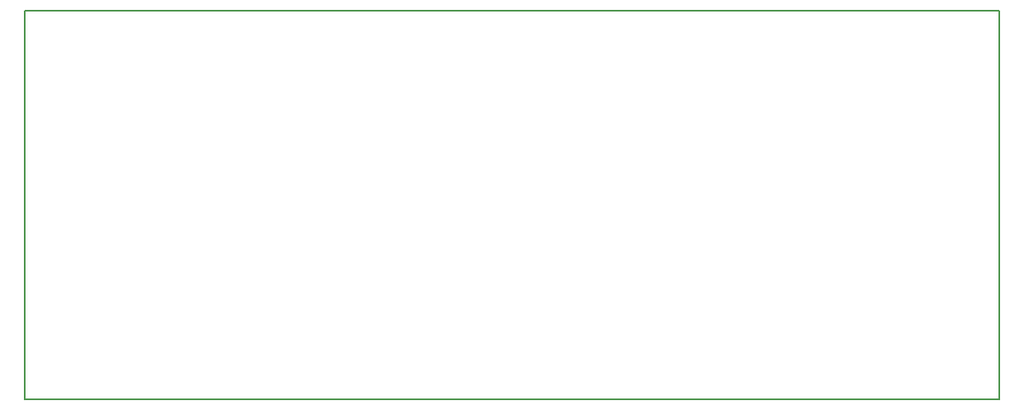
<source format=gm1>
G04 #@! TF.FileFunction,Profile,NP*
%FSLAX46Y46*%
G04 Gerber Fmt 4.6, Leading zero omitted, Abs format (unit mm)*
G04 Created by KiCad (PCBNEW 201611221049+7374~55~ubuntu14.04.1-product) date Fri Nov 25 20:46:19 2016*
%MOMM*%
%LPD*%
G01*
G04 APERTURE LIST*
%ADD10C,0.100000*%
%ADD11C,0.150000*%
G04 APERTURE END LIST*
D10*
D11*
X152090000Y-74770000D02*
X152090000Y-34770000D01*
X52090000Y-74770000D02*
X152090000Y-74770000D01*
X52090000Y-34770000D02*
X52090000Y-74770000D01*
X52090000Y-34770000D02*
X152090000Y-34770000D01*
M02*

</source>
